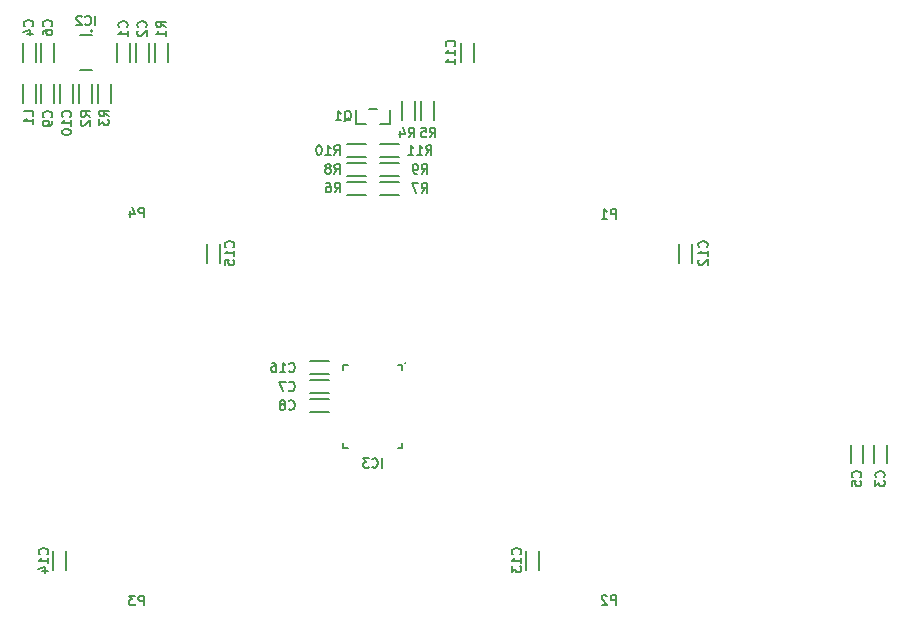
<source format=gbr>
G04 #@! TF.FileFunction,Legend,Bot*
%FSLAX46Y46*%
G04 Gerber Fmt 4.6, Leading zero omitted, Abs format (unit mm)*
G04 Created by KiCad (PCBNEW 4.0.7) date 2019 March 19, Tuesday 10:43:39*
%MOMM*%
%LPD*%
G01*
G04 APERTURE LIST*
%ADD10C,0.150000*%
%ADD11C,0.200000*%
G04 APERTURE END LIST*
D10*
X50150000Y-20700000D02*
X50150000Y-19100000D01*
X49050000Y-20700000D02*
X49050000Y-19100000D01*
X45600000Y-25450000D02*
X47200000Y-25450000D01*
X45600000Y-24350000D02*
X47200000Y-24350000D01*
X47500000Y-48500000D02*
X47100000Y-48500000D01*
X47500000Y-48100000D02*
X47500000Y-48500000D01*
X42500000Y-48500000D02*
X42500000Y-48100000D01*
X42900000Y-48500000D02*
X42500000Y-48500000D01*
X42500000Y-41500000D02*
X42500000Y-41900000D01*
X42900000Y-41500000D02*
X42500000Y-41500000D01*
X47500000Y-41500000D02*
X47100000Y-41500000D01*
X47500000Y-41900000D02*
X47500000Y-41500000D01*
X47750000Y-41300000D02*
G75*
G03X47750000Y-41300000I-50000J0D01*
G01*
X59050000Y-58800000D02*
X59050000Y-57200000D01*
X57950000Y-58800000D02*
X57950000Y-57200000D01*
X23350000Y-14200000D02*
X23350000Y-15800000D01*
X24450000Y-14200000D02*
X24450000Y-15800000D01*
X24950000Y-14200000D02*
X24950000Y-15800000D01*
X26050000Y-14200000D02*
X26050000Y-15800000D01*
X87450000Y-48200000D02*
X87450000Y-49800000D01*
X88550000Y-48200000D02*
X88550000Y-49800000D01*
X15350000Y-14200000D02*
X15350000Y-15800000D01*
X16450000Y-14200000D02*
X16450000Y-15800000D01*
X85450000Y-48200000D02*
X85450000Y-49800000D01*
X86550000Y-48200000D02*
X86550000Y-49800000D01*
X16950000Y-14200000D02*
X16950000Y-15800000D01*
X18050000Y-14200000D02*
X18050000Y-15800000D01*
X41300000Y-42750000D02*
X39700000Y-42750000D01*
X41300000Y-43850000D02*
X39700000Y-43850000D01*
X18050000Y-19300000D02*
X18050000Y-17700000D01*
X16950000Y-19300000D02*
X16950000Y-17700000D01*
X19650000Y-19300000D02*
X19650000Y-17700000D01*
X18550000Y-19300000D02*
X18550000Y-17700000D01*
X52450000Y-14200000D02*
X52450000Y-15800000D01*
X53550000Y-14200000D02*
X53550000Y-15800000D01*
X70950000Y-31200000D02*
X70950000Y-32800000D01*
X72050000Y-31200000D02*
X72050000Y-32800000D01*
X19050000Y-58800000D02*
X19050000Y-57200000D01*
X17950000Y-58800000D02*
X17950000Y-57200000D01*
X30950000Y-31200000D02*
X30950000Y-32800000D01*
X32050000Y-31200000D02*
X32050000Y-32800000D01*
X41300000Y-41150000D02*
X39700000Y-41150000D01*
X41300000Y-42250000D02*
X39700000Y-42250000D01*
D11*
X21300000Y-13200000D02*
G75*
G03X21300000Y-13200000I-100000J0D01*
G01*
D10*
X21200000Y-16450000D02*
X20200000Y-16450000D01*
X21200000Y-13550000D02*
X20200000Y-13550000D01*
X15350000Y-17700000D02*
X15350000Y-19300000D01*
X16450000Y-17700000D02*
X16450000Y-19300000D01*
X44650000Y-19750000D02*
X45350000Y-19750000D01*
X43550000Y-21050000D02*
X44400000Y-21050000D01*
X46450000Y-21050000D02*
X45600000Y-21050000D01*
X46450000Y-19900000D02*
X46450000Y-21050000D01*
X43550000Y-19900000D02*
X43550000Y-21050000D01*
X27650000Y-15800000D02*
X27650000Y-14200000D01*
X26550000Y-15800000D02*
X26550000Y-14200000D01*
X21250000Y-19300000D02*
X21250000Y-17700000D01*
X20150000Y-19300000D02*
X20150000Y-17700000D01*
X22850000Y-19300000D02*
X22850000Y-17700000D01*
X21750000Y-19300000D02*
X21750000Y-17700000D01*
X48550000Y-20700000D02*
X48550000Y-19100000D01*
X47450000Y-20700000D02*
X47450000Y-19100000D01*
X42800000Y-27050000D02*
X44400000Y-27050000D01*
X42800000Y-25950000D02*
X44400000Y-25950000D01*
X45600000Y-27050000D02*
X47200000Y-27050000D01*
X45600000Y-25950000D02*
X47200000Y-25950000D01*
X42800000Y-25450000D02*
X44400000Y-25450000D01*
X42800000Y-24350000D02*
X44400000Y-24350000D01*
X42800000Y-23850000D02*
X44400000Y-23850000D01*
X42800000Y-22750000D02*
X44400000Y-22750000D01*
X45600000Y-23850000D02*
X47200000Y-23850000D01*
X45600000Y-22750000D02*
X47200000Y-22750000D01*
X41300000Y-44350000D02*
X39700000Y-44350000D01*
X41300000Y-45450000D02*
X39700000Y-45450000D01*
X49833333Y-22161905D02*
X50100000Y-21780952D01*
X50290476Y-22161905D02*
X50290476Y-21361905D01*
X49985714Y-21361905D01*
X49909523Y-21400000D01*
X49871428Y-21438095D01*
X49833333Y-21514286D01*
X49833333Y-21628571D01*
X49871428Y-21704762D01*
X49909523Y-21742857D01*
X49985714Y-21780952D01*
X50290476Y-21780952D01*
X49109523Y-21361905D02*
X49490476Y-21361905D01*
X49528571Y-21742857D01*
X49490476Y-21704762D01*
X49414285Y-21666667D01*
X49223809Y-21666667D01*
X49147619Y-21704762D01*
X49109523Y-21742857D01*
X49071428Y-21819048D01*
X49071428Y-22009524D01*
X49109523Y-22085714D01*
X49147619Y-22123810D01*
X49223809Y-22161905D01*
X49414285Y-22161905D01*
X49490476Y-22123810D01*
X49528571Y-22085714D01*
X49133333Y-25261905D02*
X49400000Y-24880952D01*
X49590476Y-25261905D02*
X49590476Y-24461905D01*
X49285714Y-24461905D01*
X49209523Y-24500000D01*
X49171428Y-24538095D01*
X49133333Y-24614286D01*
X49133333Y-24728571D01*
X49171428Y-24804762D01*
X49209523Y-24842857D01*
X49285714Y-24880952D01*
X49590476Y-24880952D01*
X48752381Y-25261905D02*
X48600000Y-25261905D01*
X48523809Y-25223810D01*
X48485714Y-25185714D01*
X48409523Y-25071429D01*
X48371428Y-24919048D01*
X48371428Y-24614286D01*
X48409523Y-24538095D01*
X48447619Y-24500000D01*
X48523809Y-24461905D01*
X48676190Y-24461905D01*
X48752381Y-24500000D01*
X48790476Y-24538095D01*
X48828571Y-24614286D01*
X48828571Y-24804762D01*
X48790476Y-24880952D01*
X48752381Y-24919048D01*
X48676190Y-24957143D01*
X48523809Y-24957143D01*
X48447619Y-24919048D01*
X48409523Y-24880952D01*
X48371428Y-24804762D01*
X25590476Y-28961905D02*
X25590476Y-28161905D01*
X25285714Y-28161905D01*
X25209523Y-28200000D01*
X25171428Y-28238095D01*
X25133333Y-28314286D01*
X25133333Y-28428571D01*
X25171428Y-28504762D01*
X25209523Y-28542857D01*
X25285714Y-28580952D01*
X25590476Y-28580952D01*
X24447619Y-28428571D02*
X24447619Y-28961905D01*
X24638095Y-28123810D02*
X24828571Y-28695238D01*
X24333333Y-28695238D01*
X65590476Y-29061905D02*
X65590476Y-28261905D01*
X65285714Y-28261905D01*
X65209523Y-28300000D01*
X65171428Y-28338095D01*
X65133333Y-28414286D01*
X65133333Y-28528571D01*
X65171428Y-28604762D01*
X65209523Y-28642857D01*
X65285714Y-28680952D01*
X65590476Y-28680952D01*
X64371428Y-29061905D02*
X64828571Y-29061905D01*
X64600000Y-29061905D02*
X64600000Y-28261905D01*
X64676190Y-28376190D01*
X64752381Y-28452381D01*
X64828571Y-28490476D01*
X45780952Y-50161905D02*
X45780952Y-49361905D01*
X44942857Y-50085714D02*
X44980952Y-50123810D01*
X45095238Y-50161905D01*
X45171428Y-50161905D01*
X45285714Y-50123810D01*
X45361905Y-50047619D01*
X45400000Y-49971429D01*
X45438095Y-49819048D01*
X45438095Y-49704762D01*
X45400000Y-49552381D01*
X45361905Y-49476190D01*
X45285714Y-49400000D01*
X45171428Y-49361905D01*
X45095238Y-49361905D01*
X44980952Y-49400000D01*
X44942857Y-49438095D01*
X44676190Y-49361905D02*
X44180952Y-49361905D01*
X44447619Y-49666667D01*
X44333333Y-49666667D01*
X44257143Y-49704762D01*
X44219047Y-49742857D01*
X44180952Y-49819048D01*
X44180952Y-50009524D01*
X44219047Y-50085714D01*
X44257143Y-50123810D01*
X44333333Y-50161905D01*
X44561905Y-50161905D01*
X44638095Y-50123810D01*
X44676190Y-50085714D01*
X57485714Y-57485714D02*
X57523810Y-57447619D01*
X57561905Y-57333333D01*
X57561905Y-57257143D01*
X57523810Y-57142857D01*
X57447619Y-57066666D01*
X57371429Y-57028571D01*
X57219048Y-56990476D01*
X57104762Y-56990476D01*
X56952381Y-57028571D01*
X56876190Y-57066666D01*
X56800000Y-57142857D01*
X56761905Y-57257143D01*
X56761905Y-57333333D01*
X56800000Y-57447619D01*
X56838095Y-57485714D01*
X57561905Y-58247619D02*
X57561905Y-57790476D01*
X57561905Y-58019047D02*
X56761905Y-58019047D01*
X56876190Y-57942857D01*
X56952381Y-57866666D01*
X56990476Y-57790476D01*
X56761905Y-58514286D02*
X56761905Y-59009524D01*
X57066667Y-58742857D01*
X57066667Y-58857143D01*
X57104762Y-58933333D01*
X57142857Y-58971429D01*
X57219048Y-59009524D01*
X57409524Y-59009524D01*
X57485714Y-58971429D01*
X57523810Y-58933333D01*
X57561905Y-58857143D01*
X57561905Y-58628571D01*
X57523810Y-58552381D01*
X57485714Y-58514286D01*
X24185714Y-12866667D02*
X24223810Y-12828572D01*
X24261905Y-12714286D01*
X24261905Y-12638096D01*
X24223810Y-12523810D01*
X24147619Y-12447619D01*
X24071429Y-12409524D01*
X23919048Y-12371429D01*
X23804762Y-12371429D01*
X23652381Y-12409524D01*
X23576190Y-12447619D01*
X23500000Y-12523810D01*
X23461905Y-12638096D01*
X23461905Y-12714286D01*
X23500000Y-12828572D01*
X23538095Y-12866667D01*
X24261905Y-13628572D02*
X24261905Y-13171429D01*
X24261905Y-13400000D02*
X23461905Y-13400000D01*
X23576190Y-13323810D01*
X23652381Y-13247619D01*
X23690476Y-13171429D01*
X25785714Y-12866667D02*
X25823810Y-12828572D01*
X25861905Y-12714286D01*
X25861905Y-12638096D01*
X25823810Y-12523810D01*
X25747619Y-12447619D01*
X25671429Y-12409524D01*
X25519048Y-12371429D01*
X25404762Y-12371429D01*
X25252381Y-12409524D01*
X25176190Y-12447619D01*
X25100000Y-12523810D01*
X25061905Y-12638096D01*
X25061905Y-12714286D01*
X25100000Y-12828572D01*
X25138095Y-12866667D01*
X25138095Y-13171429D02*
X25100000Y-13209524D01*
X25061905Y-13285715D01*
X25061905Y-13476191D01*
X25100000Y-13552381D01*
X25138095Y-13590477D01*
X25214286Y-13628572D01*
X25290476Y-13628572D01*
X25404762Y-13590477D01*
X25861905Y-13133334D01*
X25861905Y-13628572D01*
X88285714Y-50966667D02*
X88323810Y-50928572D01*
X88361905Y-50814286D01*
X88361905Y-50738096D01*
X88323810Y-50623810D01*
X88247619Y-50547619D01*
X88171429Y-50509524D01*
X88019048Y-50471429D01*
X87904762Y-50471429D01*
X87752381Y-50509524D01*
X87676190Y-50547619D01*
X87600000Y-50623810D01*
X87561905Y-50738096D01*
X87561905Y-50814286D01*
X87600000Y-50928572D01*
X87638095Y-50966667D01*
X87561905Y-51233334D02*
X87561905Y-51728572D01*
X87866667Y-51461905D01*
X87866667Y-51576191D01*
X87904762Y-51652381D01*
X87942857Y-51690477D01*
X88019048Y-51728572D01*
X88209524Y-51728572D01*
X88285714Y-51690477D01*
X88323810Y-51652381D01*
X88361905Y-51576191D01*
X88361905Y-51347619D01*
X88323810Y-51271429D01*
X88285714Y-51233334D01*
X16185714Y-12766667D02*
X16223810Y-12728572D01*
X16261905Y-12614286D01*
X16261905Y-12538096D01*
X16223810Y-12423810D01*
X16147619Y-12347619D01*
X16071429Y-12309524D01*
X15919048Y-12271429D01*
X15804762Y-12271429D01*
X15652381Y-12309524D01*
X15576190Y-12347619D01*
X15500000Y-12423810D01*
X15461905Y-12538096D01*
X15461905Y-12614286D01*
X15500000Y-12728572D01*
X15538095Y-12766667D01*
X15728571Y-13452381D02*
X16261905Y-13452381D01*
X15423810Y-13261905D02*
X15995238Y-13071429D01*
X15995238Y-13566667D01*
X86285714Y-50966667D02*
X86323810Y-50928572D01*
X86361905Y-50814286D01*
X86361905Y-50738096D01*
X86323810Y-50623810D01*
X86247619Y-50547619D01*
X86171429Y-50509524D01*
X86019048Y-50471429D01*
X85904762Y-50471429D01*
X85752381Y-50509524D01*
X85676190Y-50547619D01*
X85600000Y-50623810D01*
X85561905Y-50738096D01*
X85561905Y-50814286D01*
X85600000Y-50928572D01*
X85638095Y-50966667D01*
X85561905Y-51690477D02*
X85561905Y-51309524D01*
X85942857Y-51271429D01*
X85904762Y-51309524D01*
X85866667Y-51385715D01*
X85866667Y-51576191D01*
X85904762Y-51652381D01*
X85942857Y-51690477D01*
X86019048Y-51728572D01*
X86209524Y-51728572D01*
X86285714Y-51690477D01*
X86323810Y-51652381D01*
X86361905Y-51576191D01*
X86361905Y-51385715D01*
X86323810Y-51309524D01*
X86285714Y-51271429D01*
X17795714Y-12766667D02*
X17833810Y-12728572D01*
X17871905Y-12614286D01*
X17871905Y-12538096D01*
X17833810Y-12423810D01*
X17757619Y-12347619D01*
X17681429Y-12309524D01*
X17529048Y-12271429D01*
X17414762Y-12271429D01*
X17262381Y-12309524D01*
X17186190Y-12347619D01*
X17110000Y-12423810D01*
X17071905Y-12538096D01*
X17071905Y-12614286D01*
X17110000Y-12728572D01*
X17148095Y-12766667D01*
X17071905Y-13452381D02*
X17071905Y-13300000D01*
X17110000Y-13223810D01*
X17148095Y-13185715D01*
X17262381Y-13109524D01*
X17414762Y-13071429D01*
X17719524Y-13071429D01*
X17795714Y-13109524D01*
X17833810Y-13147619D01*
X17871905Y-13223810D01*
X17871905Y-13376191D01*
X17833810Y-13452381D01*
X17795714Y-13490477D01*
X17719524Y-13528572D01*
X17529048Y-13528572D01*
X17452857Y-13490477D01*
X17414762Y-13452381D01*
X17376667Y-13376191D01*
X17376667Y-13223810D01*
X17414762Y-13147619D01*
X17452857Y-13109524D01*
X17529048Y-13071429D01*
X37883333Y-43585714D02*
X37921428Y-43623810D01*
X38035714Y-43661905D01*
X38111904Y-43661905D01*
X38226190Y-43623810D01*
X38302381Y-43547619D01*
X38340476Y-43471429D01*
X38378571Y-43319048D01*
X38378571Y-43204762D01*
X38340476Y-43052381D01*
X38302381Y-42976190D01*
X38226190Y-42900000D01*
X38111904Y-42861905D01*
X38035714Y-42861905D01*
X37921428Y-42900000D01*
X37883333Y-42938095D01*
X37616666Y-42861905D02*
X37083333Y-42861905D01*
X37426190Y-43661905D01*
X17785714Y-20466667D02*
X17823810Y-20428572D01*
X17861905Y-20314286D01*
X17861905Y-20238096D01*
X17823810Y-20123810D01*
X17747619Y-20047619D01*
X17671429Y-20009524D01*
X17519048Y-19971429D01*
X17404762Y-19971429D01*
X17252381Y-20009524D01*
X17176190Y-20047619D01*
X17100000Y-20123810D01*
X17061905Y-20238096D01*
X17061905Y-20314286D01*
X17100000Y-20428572D01*
X17138095Y-20466667D01*
X17861905Y-20847619D02*
X17861905Y-21000000D01*
X17823810Y-21076191D01*
X17785714Y-21114286D01*
X17671429Y-21190477D01*
X17519048Y-21228572D01*
X17214286Y-21228572D01*
X17138095Y-21190477D01*
X17100000Y-21152381D01*
X17061905Y-21076191D01*
X17061905Y-20923810D01*
X17100000Y-20847619D01*
X17138095Y-20809524D01*
X17214286Y-20771429D01*
X17404762Y-20771429D01*
X17480952Y-20809524D01*
X17519048Y-20847619D01*
X17557143Y-20923810D01*
X17557143Y-21076191D01*
X17519048Y-21152381D01*
X17480952Y-21190477D01*
X17404762Y-21228572D01*
X19385714Y-20445714D02*
X19423810Y-20407619D01*
X19461905Y-20293333D01*
X19461905Y-20217143D01*
X19423810Y-20102857D01*
X19347619Y-20026666D01*
X19271429Y-19988571D01*
X19119048Y-19950476D01*
X19004762Y-19950476D01*
X18852381Y-19988571D01*
X18776190Y-20026666D01*
X18700000Y-20102857D01*
X18661905Y-20217143D01*
X18661905Y-20293333D01*
X18700000Y-20407619D01*
X18738095Y-20445714D01*
X19461905Y-21207619D02*
X19461905Y-20750476D01*
X19461905Y-20979047D02*
X18661905Y-20979047D01*
X18776190Y-20902857D01*
X18852381Y-20826666D01*
X18890476Y-20750476D01*
X18661905Y-21702857D02*
X18661905Y-21779048D01*
X18700000Y-21855238D01*
X18738095Y-21893333D01*
X18814286Y-21931429D01*
X18966667Y-21969524D01*
X19157143Y-21969524D01*
X19309524Y-21931429D01*
X19385714Y-21893333D01*
X19423810Y-21855238D01*
X19461905Y-21779048D01*
X19461905Y-21702857D01*
X19423810Y-21626667D01*
X19385714Y-21588571D01*
X19309524Y-21550476D01*
X19157143Y-21512381D01*
X18966667Y-21512381D01*
X18814286Y-21550476D01*
X18738095Y-21588571D01*
X18700000Y-21626667D01*
X18661905Y-21702857D01*
X51885714Y-14485714D02*
X51923810Y-14447619D01*
X51961905Y-14333333D01*
X51961905Y-14257143D01*
X51923810Y-14142857D01*
X51847619Y-14066666D01*
X51771429Y-14028571D01*
X51619048Y-13990476D01*
X51504762Y-13990476D01*
X51352381Y-14028571D01*
X51276190Y-14066666D01*
X51200000Y-14142857D01*
X51161905Y-14257143D01*
X51161905Y-14333333D01*
X51200000Y-14447619D01*
X51238095Y-14485714D01*
X51961905Y-15247619D02*
X51961905Y-14790476D01*
X51961905Y-15019047D02*
X51161905Y-15019047D01*
X51276190Y-14942857D01*
X51352381Y-14866666D01*
X51390476Y-14790476D01*
X51961905Y-16009524D02*
X51961905Y-15552381D01*
X51961905Y-15780952D02*
X51161905Y-15780952D01*
X51276190Y-15704762D01*
X51352381Y-15628571D01*
X51390476Y-15552381D01*
X73285714Y-31485714D02*
X73323810Y-31447619D01*
X73361905Y-31333333D01*
X73361905Y-31257143D01*
X73323810Y-31142857D01*
X73247619Y-31066666D01*
X73171429Y-31028571D01*
X73019048Y-30990476D01*
X72904762Y-30990476D01*
X72752381Y-31028571D01*
X72676190Y-31066666D01*
X72600000Y-31142857D01*
X72561905Y-31257143D01*
X72561905Y-31333333D01*
X72600000Y-31447619D01*
X72638095Y-31485714D01*
X73361905Y-32247619D02*
X73361905Y-31790476D01*
X73361905Y-32019047D02*
X72561905Y-32019047D01*
X72676190Y-31942857D01*
X72752381Y-31866666D01*
X72790476Y-31790476D01*
X72638095Y-32552381D02*
X72600000Y-32590476D01*
X72561905Y-32666667D01*
X72561905Y-32857143D01*
X72600000Y-32933333D01*
X72638095Y-32971429D01*
X72714286Y-33009524D01*
X72790476Y-33009524D01*
X72904762Y-32971429D01*
X73361905Y-32514286D01*
X73361905Y-33009524D01*
X17435714Y-57485714D02*
X17473810Y-57447619D01*
X17511905Y-57333333D01*
X17511905Y-57257143D01*
X17473810Y-57142857D01*
X17397619Y-57066666D01*
X17321429Y-57028571D01*
X17169048Y-56990476D01*
X17054762Y-56990476D01*
X16902381Y-57028571D01*
X16826190Y-57066666D01*
X16750000Y-57142857D01*
X16711905Y-57257143D01*
X16711905Y-57333333D01*
X16750000Y-57447619D01*
X16788095Y-57485714D01*
X17511905Y-58247619D02*
X17511905Y-57790476D01*
X17511905Y-58019047D02*
X16711905Y-58019047D01*
X16826190Y-57942857D01*
X16902381Y-57866666D01*
X16940476Y-57790476D01*
X16978571Y-58933333D02*
X17511905Y-58933333D01*
X16673810Y-58742857D02*
X17245238Y-58552381D01*
X17245238Y-59047619D01*
X33185714Y-31485714D02*
X33223810Y-31447619D01*
X33261905Y-31333333D01*
X33261905Y-31257143D01*
X33223810Y-31142857D01*
X33147619Y-31066666D01*
X33071429Y-31028571D01*
X32919048Y-30990476D01*
X32804762Y-30990476D01*
X32652381Y-31028571D01*
X32576190Y-31066666D01*
X32500000Y-31142857D01*
X32461905Y-31257143D01*
X32461905Y-31333333D01*
X32500000Y-31447619D01*
X32538095Y-31485714D01*
X33261905Y-32247619D02*
X33261905Y-31790476D01*
X33261905Y-32019047D02*
X32461905Y-32019047D01*
X32576190Y-31942857D01*
X32652381Y-31866666D01*
X32690476Y-31790476D01*
X32461905Y-32971429D02*
X32461905Y-32590476D01*
X32842857Y-32552381D01*
X32804762Y-32590476D01*
X32766667Y-32666667D01*
X32766667Y-32857143D01*
X32804762Y-32933333D01*
X32842857Y-32971429D01*
X32919048Y-33009524D01*
X33109524Y-33009524D01*
X33185714Y-32971429D01*
X33223810Y-32933333D01*
X33261905Y-32857143D01*
X33261905Y-32666667D01*
X33223810Y-32590476D01*
X33185714Y-32552381D01*
X37914286Y-41985714D02*
X37952381Y-42023810D01*
X38066667Y-42061905D01*
X38142857Y-42061905D01*
X38257143Y-42023810D01*
X38333334Y-41947619D01*
X38371429Y-41871429D01*
X38409524Y-41719048D01*
X38409524Y-41604762D01*
X38371429Y-41452381D01*
X38333334Y-41376190D01*
X38257143Y-41300000D01*
X38142857Y-41261905D01*
X38066667Y-41261905D01*
X37952381Y-41300000D01*
X37914286Y-41338095D01*
X37152381Y-42061905D02*
X37609524Y-42061905D01*
X37380953Y-42061905D02*
X37380953Y-41261905D01*
X37457143Y-41376190D01*
X37533334Y-41452381D01*
X37609524Y-41490476D01*
X36466667Y-41261905D02*
X36619048Y-41261905D01*
X36695238Y-41300000D01*
X36733333Y-41338095D01*
X36809524Y-41452381D01*
X36847619Y-41604762D01*
X36847619Y-41909524D01*
X36809524Y-41985714D01*
X36771429Y-42023810D01*
X36695238Y-42061905D01*
X36542857Y-42061905D01*
X36466667Y-42023810D01*
X36428571Y-41985714D01*
X36390476Y-41909524D01*
X36390476Y-41719048D01*
X36428571Y-41642857D01*
X36466667Y-41604762D01*
X36542857Y-41566667D01*
X36695238Y-41566667D01*
X36771429Y-41604762D01*
X36809524Y-41642857D01*
X36847619Y-41719048D01*
X21490952Y-12701905D02*
X21490952Y-11901905D01*
X20652857Y-12625714D02*
X20690952Y-12663810D01*
X20805238Y-12701905D01*
X20881428Y-12701905D01*
X20995714Y-12663810D01*
X21071905Y-12587619D01*
X21110000Y-12511429D01*
X21148095Y-12359048D01*
X21148095Y-12244762D01*
X21110000Y-12092381D01*
X21071905Y-12016190D01*
X20995714Y-11940000D01*
X20881428Y-11901905D01*
X20805238Y-11901905D01*
X20690952Y-11940000D01*
X20652857Y-11978095D01*
X20348095Y-11978095D02*
X20310000Y-11940000D01*
X20233809Y-11901905D01*
X20043333Y-11901905D01*
X19967143Y-11940000D01*
X19929047Y-11978095D01*
X19890952Y-12054286D01*
X19890952Y-12130476D01*
X19929047Y-12244762D01*
X20386190Y-12701905D01*
X19890952Y-12701905D01*
X16261905Y-20366667D02*
X16261905Y-19985714D01*
X15461905Y-19985714D01*
X16261905Y-21052381D02*
X16261905Y-20595238D01*
X16261905Y-20823809D02*
X15461905Y-20823809D01*
X15576190Y-20747619D01*
X15652381Y-20671428D01*
X15690476Y-20595238D01*
X65590476Y-61761905D02*
X65590476Y-60961905D01*
X65285714Y-60961905D01*
X65209523Y-61000000D01*
X65171428Y-61038095D01*
X65133333Y-61114286D01*
X65133333Y-61228571D01*
X65171428Y-61304762D01*
X65209523Y-61342857D01*
X65285714Y-61380952D01*
X65590476Y-61380952D01*
X64828571Y-61038095D02*
X64790476Y-61000000D01*
X64714285Y-60961905D01*
X64523809Y-60961905D01*
X64447619Y-61000000D01*
X64409523Y-61038095D01*
X64371428Y-61114286D01*
X64371428Y-61190476D01*
X64409523Y-61304762D01*
X64866666Y-61761905D01*
X64371428Y-61761905D01*
X25590476Y-61811905D02*
X25590476Y-61011905D01*
X25285714Y-61011905D01*
X25209523Y-61050000D01*
X25171428Y-61088095D01*
X25133333Y-61164286D01*
X25133333Y-61278571D01*
X25171428Y-61354762D01*
X25209523Y-61392857D01*
X25285714Y-61430952D01*
X25590476Y-61430952D01*
X24866666Y-61011905D02*
X24371428Y-61011905D01*
X24638095Y-61316667D01*
X24523809Y-61316667D01*
X24447619Y-61354762D01*
X24409523Y-61392857D01*
X24371428Y-61469048D01*
X24371428Y-61659524D01*
X24409523Y-61735714D01*
X24447619Y-61773810D01*
X24523809Y-61811905D01*
X24752381Y-61811905D01*
X24828571Y-61773810D01*
X24866666Y-61735714D01*
X42576190Y-20838095D02*
X42652381Y-20800000D01*
X42728571Y-20723810D01*
X42842857Y-20609524D01*
X42919048Y-20571429D01*
X42995238Y-20571429D01*
X42957143Y-20761905D02*
X43033333Y-20723810D01*
X43109524Y-20647619D01*
X43147619Y-20495238D01*
X43147619Y-20228571D01*
X43109524Y-20076190D01*
X43033333Y-20000000D01*
X42957143Y-19961905D01*
X42804762Y-19961905D01*
X42728571Y-20000000D01*
X42652381Y-20076190D01*
X42614286Y-20228571D01*
X42614286Y-20495238D01*
X42652381Y-20647619D01*
X42728571Y-20723810D01*
X42804762Y-20761905D01*
X42957143Y-20761905D01*
X41852381Y-20761905D02*
X42309524Y-20761905D01*
X42080953Y-20761905D02*
X42080953Y-19961905D01*
X42157143Y-20076190D01*
X42233334Y-20152381D01*
X42309524Y-20190476D01*
X27461905Y-12866667D02*
X27080952Y-12600000D01*
X27461905Y-12409524D02*
X26661905Y-12409524D01*
X26661905Y-12714286D01*
X26700000Y-12790477D01*
X26738095Y-12828572D01*
X26814286Y-12866667D01*
X26928571Y-12866667D01*
X27004762Y-12828572D01*
X27042857Y-12790477D01*
X27080952Y-12714286D01*
X27080952Y-12409524D01*
X27461905Y-13628572D02*
X27461905Y-13171429D01*
X27461905Y-13400000D02*
X26661905Y-13400000D01*
X26776190Y-13323810D01*
X26852381Y-13247619D01*
X26890476Y-13171429D01*
X21061905Y-20446667D02*
X20680952Y-20180000D01*
X21061905Y-19989524D02*
X20261905Y-19989524D01*
X20261905Y-20294286D01*
X20300000Y-20370477D01*
X20338095Y-20408572D01*
X20414286Y-20446667D01*
X20528571Y-20446667D01*
X20604762Y-20408572D01*
X20642857Y-20370477D01*
X20680952Y-20294286D01*
X20680952Y-19989524D01*
X20338095Y-20751429D02*
X20300000Y-20789524D01*
X20261905Y-20865715D01*
X20261905Y-21056191D01*
X20300000Y-21132381D01*
X20338095Y-21170477D01*
X20414286Y-21208572D01*
X20490476Y-21208572D01*
X20604762Y-21170477D01*
X21061905Y-20713334D01*
X21061905Y-21208572D01*
X22661905Y-20406667D02*
X22280952Y-20140000D01*
X22661905Y-19949524D02*
X21861905Y-19949524D01*
X21861905Y-20254286D01*
X21900000Y-20330477D01*
X21938095Y-20368572D01*
X22014286Y-20406667D01*
X22128571Y-20406667D01*
X22204762Y-20368572D01*
X22242857Y-20330477D01*
X22280952Y-20254286D01*
X22280952Y-19949524D01*
X21861905Y-20673334D02*
X21861905Y-21168572D01*
X22166667Y-20901905D01*
X22166667Y-21016191D01*
X22204762Y-21092381D01*
X22242857Y-21130477D01*
X22319048Y-21168572D01*
X22509524Y-21168572D01*
X22585714Y-21130477D01*
X22623810Y-21092381D01*
X22661905Y-21016191D01*
X22661905Y-20787619D01*
X22623810Y-20711429D01*
X22585714Y-20673334D01*
X48033333Y-22161905D02*
X48300000Y-21780952D01*
X48490476Y-22161905D02*
X48490476Y-21361905D01*
X48185714Y-21361905D01*
X48109523Y-21400000D01*
X48071428Y-21438095D01*
X48033333Y-21514286D01*
X48033333Y-21628571D01*
X48071428Y-21704762D01*
X48109523Y-21742857D01*
X48185714Y-21780952D01*
X48490476Y-21780952D01*
X47347619Y-21628571D02*
X47347619Y-22161905D01*
X47538095Y-21323810D02*
X47728571Y-21895238D01*
X47233333Y-21895238D01*
X41763333Y-26851905D02*
X42030000Y-26470952D01*
X42220476Y-26851905D02*
X42220476Y-26051905D01*
X41915714Y-26051905D01*
X41839523Y-26090000D01*
X41801428Y-26128095D01*
X41763333Y-26204286D01*
X41763333Y-26318571D01*
X41801428Y-26394762D01*
X41839523Y-26432857D01*
X41915714Y-26470952D01*
X42220476Y-26470952D01*
X41077619Y-26051905D02*
X41230000Y-26051905D01*
X41306190Y-26090000D01*
X41344285Y-26128095D01*
X41420476Y-26242381D01*
X41458571Y-26394762D01*
X41458571Y-26699524D01*
X41420476Y-26775714D01*
X41382381Y-26813810D01*
X41306190Y-26851905D01*
X41153809Y-26851905D01*
X41077619Y-26813810D01*
X41039523Y-26775714D01*
X41001428Y-26699524D01*
X41001428Y-26509048D01*
X41039523Y-26432857D01*
X41077619Y-26394762D01*
X41153809Y-26356667D01*
X41306190Y-26356667D01*
X41382381Y-26394762D01*
X41420476Y-26432857D01*
X41458571Y-26509048D01*
X49133333Y-26861905D02*
X49400000Y-26480952D01*
X49590476Y-26861905D02*
X49590476Y-26061905D01*
X49285714Y-26061905D01*
X49209523Y-26100000D01*
X49171428Y-26138095D01*
X49133333Y-26214286D01*
X49133333Y-26328571D01*
X49171428Y-26404762D01*
X49209523Y-26442857D01*
X49285714Y-26480952D01*
X49590476Y-26480952D01*
X48866666Y-26061905D02*
X48333333Y-26061905D01*
X48676190Y-26861905D01*
X41743333Y-25261905D02*
X42010000Y-24880952D01*
X42200476Y-25261905D02*
X42200476Y-24461905D01*
X41895714Y-24461905D01*
X41819523Y-24500000D01*
X41781428Y-24538095D01*
X41743333Y-24614286D01*
X41743333Y-24728571D01*
X41781428Y-24804762D01*
X41819523Y-24842857D01*
X41895714Y-24880952D01*
X42200476Y-24880952D01*
X41286190Y-24804762D02*
X41362381Y-24766667D01*
X41400476Y-24728571D01*
X41438571Y-24652381D01*
X41438571Y-24614286D01*
X41400476Y-24538095D01*
X41362381Y-24500000D01*
X41286190Y-24461905D01*
X41133809Y-24461905D01*
X41057619Y-24500000D01*
X41019523Y-24538095D01*
X40981428Y-24614286D01*
X40981428Y-24652381D01*
X41019523Y-24728571D01*
X41057619Y-24766667D01*
X41133809Y-24804762D01*
X41286190Y-24804762D01*
X41362381Y-24842857D01*
X41400476Y-24880952D01*
X41438571Y-24957143D01*
X41438571Y-25109524D01*
X41400476Y-25185714D01*
X41362381Y-25223810D01*
X41286190Y-25261905D01*
X41133809Y-25261905D01*
X41057619Y-25223810D01*
X41019523Y-25185714D01*
X40981428Y-25109524D01*
X40981428Y-24957143D01*
X41019523Y-24880952D01*
X41057619Y-24842857D01*
X41133809Y-24804762D01*
X41734286Y-23671905D02*
X42000953Y-23290952D01*
X42191429Y-23671905D02*
X42191429Y-22871905D01*
X41886667Y-22871905D01*
X41810476Y-22910000D01*
X41772381Y-22948095D01*
X41734286Y-23024286D01*
X41734286Y-23138571D01*
X41772381Y-23214762D01*
X41810476Y-23252857D01*
X41886667Y-23290952D01*
X42191429Y-23290952D01*
X40972381Y-23671905D02*
X41429524Y-23671905D01*
X41200953Y-23671905D02*
X41200953Y-22871905D01*
X41277143Y-22986190D01*
X41353334Y-23062381D01*
X41429524Y-23100476D01*
X40477143Y-22871905D02*
X40400952Y-22871905D01*
X40324762Y-22910000D01*
X40286667Y-22948095D01*
X40248571Y-23024286D01*
X40210476Y-23176667D01*
X40210476Y-23367143D01*
X40248571Y-23519524D01*
X40286667Y-23595714D01*
X40324762Y-23633810D01*
X40400952Y-23671905D01*
X40477143Y-23671905D01*
X40553333Y-23633810D01*
X40591429Y-23595714D01*
X40629524Y-23519524D01*
X40667619Y-23367143D01*
X40667619Y-23176667D01*
X40629524Y-23024286D01*
X40591429Y-22948095D01*
X40553333Y-22910000D01*
X40477143Y-22871905D01*
X49514286Y-23661905D02*
X49780953Y-23280952D01*
X49971429Y-23661905D02*
X49971429Y-22861905D01*
X49666667Y-22861905D01*
X49590476Y-22900000D01*
X49552381Y-22938095D01*
X49514286Y-23014286D01*
X49514286Y-23128571D01*
X49552381Y-23204762D01*
X49590476Y-23242857D01*
X49666667Y-23280952D01*
X49971429Y-23280952D01*
X48752381Y-23661905D02*
X49209524Y-23661905D01*
X48980953Y-23661905D02*
X48980953Y-22861905D01*
X49057143Y-22976190D01*
X49133334Y-23052381D01*
X49209524Y-23090476D01*
X47990476Y-23661905D02*
X48447619Y-23661905D01*
X48219048Y-23661905D02*
X48219048Y-22861905D01*
X48295238Y-22976190D01*
X48371429Y-23052381D01*
X48447619Y-23090476D01*
X37883333Y-45185714D02*
X37921428Y-45223810D01*
X38035714Y-45261905D01*
X38111904Y-45261905D01*
X38226190Y-45223810D01*
X38302381Y-45147619D01*
X38340476Y-45071429D01*
X38378571Y-44919048D01*
X38378571Y-44804762D01*
X38340476Y-44652381D01*
X38302381Y-44576190D01*
X38226190Y-44500000D01*
X38111904Y-44461905D01*
X38035714Y-44461905D01*
X37921428Y-44500000D01*
X37883333Y-44538095D01*
X37426190Y-44804762D02*
X37502381Y-44766667D01*
X37540476Y-44728571D01*
X37578571Y-44652381D01*
X37578571Y-44614286D01*
X37540476Y-44538095D01*
X37502381Y-44500000D01*
X37426190Y-44461905D01*
X37273809Y-44461905D01*
X37197619Y-44500000D01*
X37159523Y-44538095D01*
X37121428Y-44614286D01*
X37121428Y-44652381D01*
X37159523Y-44728571D01*
X37197619Y-44766667D01*
X37273809Y-44804762D01*
X37426190Y-44804762D01*
X37502381Y-44842857D01*
X37540476Y-44880952D01*
X37578571Y-44957143D01*
X37578571Y-45109524D01*
X37540476Y-45185714D01*
X37502381Y-45223810D01*
X37426190Y-45261905D01*
X37273809Y-45261905D01*
X37197619Y-45223810D01*
X37159523Y-45185714D01*
X37121428Y-45109524D01*
X37121428Y-44957143D01*
X37159523Y-44880952D01*
X37197619Y-44842857D01*
X37273809Y-44804762D01*
M02*

</source>
